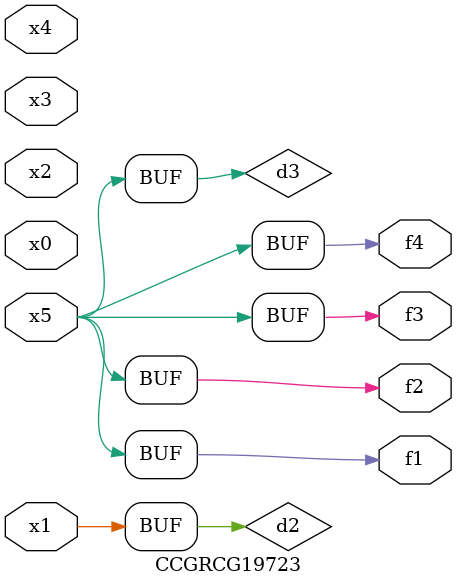
<source format=v>
module CCGRCG19723(
	input x0, x1, x2, x3, x4, x5,
	output f1, f2, f3, f4
);

	wire d1, d2, d3;

	not (d1, x5);
	or (d2, x1);
	xnor (d3, d1);
	assign f1 = d3;
	assign f2 = d3;
	assign f3 = d3;
	assign f4 = d3;
endmodule

</source>
